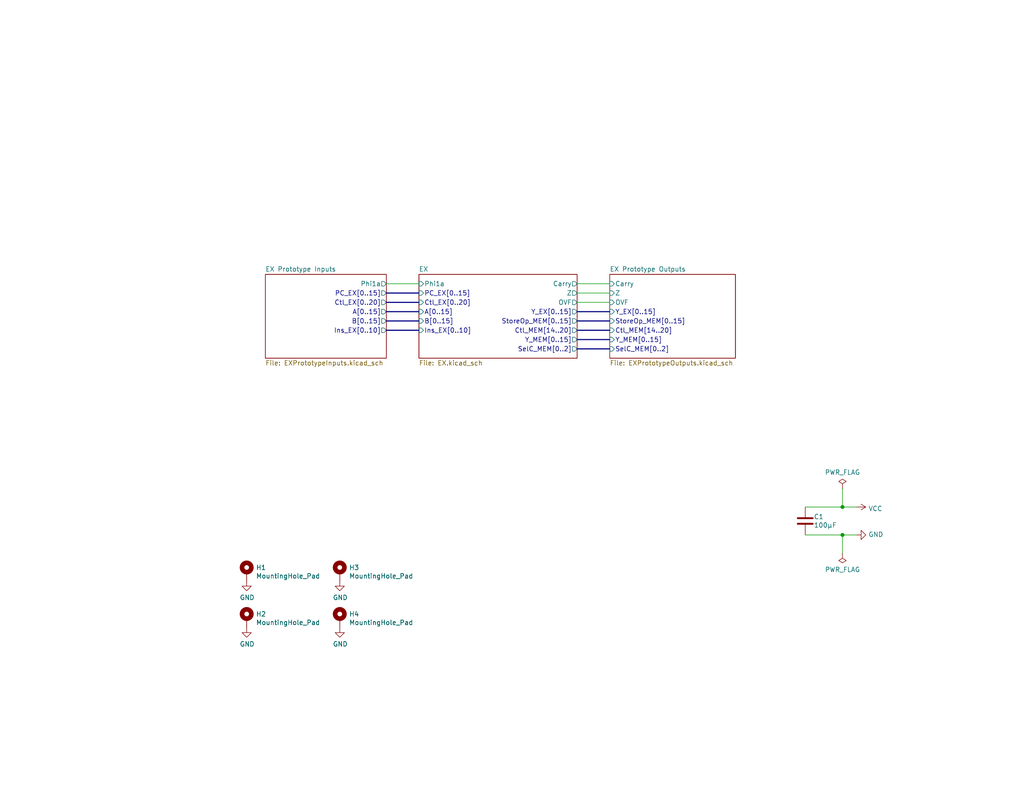
<source format=kicad_sch>
(kicad_sch (version 20211123) (generator eeschema)
  (paper "USLetter")
  (title_block (title "Turtle16: EX") (date "2022-04-13") (rev "A (7ac7a3cb)") (comment 4 "EX module containing operand selection and the ALU"))
  (lib_symbols
    (symbol "Device:C" (pin_numbers hide) (pin_names (offset 0.254))
      (property "Reference" "C" (at 0.635 2.54 0))
      (property "Value" "C" (at 0.635 -2.54 0))
      (symbol "C_0_1"
        (polyline (pts (xy -2.032 -0.762) (xy 2.032 -0.762)) (stroke (width 0.508)))
        (polyline (pts (xy -2.032 0.762) (xy 2.032 0.762)) (stroke (width 0.508)))
      )
      (symbol "C_1_1"
        (pin passive line (at 0 3.81 270) (length 2.794) (name "~") (number "1"))
        (pin passive line (at 0 -3.81 90) (length 2.794) (name "~") (number "2"))
      )
    )
    (symbol "Mechanical:MountingHole_Pad" (pin_numbers hide) (pin_names (offset 1.016) hide)
      (property "Reference" "H" (at 0 6.35 0))
      (property "Value" "MountingHole_Pad" (at 0 4.445 0))
      (symbol "MountingHole_Pad_0_1"
        (circle (center 0 1.27) (radius 1.27) (stroke (width 1.27)))
      )
      (symbol "MountingHole_Pad_1_1"
        (pin input line (at 0 -2.54 90) (length 2.54) (name "1") (number "1"))
      )
    )
    (symbol "power:GND" (power) (pin_names (offset 0))
      (property "Value" "GND" (at 0 -3.81 0))
      (symbol "GND_0_1"
        (polyline (pts (xy 0 0) (xy 0 -1.27) (xy 1.27 -1.27) (xy 0 -2.54) (xy -1.27 -1.27) (xy 0 -1.27)))
      )
      (symbol "GND_1_1"
        (pin power_in line (at 0 0 270) (length 0) hide (name "GND") (number "1"))
      )
    )
    (symbol "power:PWR_FLAG" (power) (pin_numbers hide) (pin_names (offset 0) hide)
      (property "Value" "PWR_FLAG" (at 0 3.81 0))
      (symbol "PWR_FLAG_0_0"
        (pin power_out line (at 0 0 90) (length 0) (name "pwr") (number "1"))
      )
      (symbol "PWR_FLAG_0_1"
        (polyline (pts (xy 0 0) (xy 0 1.27) (xy -1.016 1.905) (xy 0 2.54) (xy 1.016 1.905) (xy 0 1.27)))
      )
    )
    (symbol "power:VCC" (power) (pin_names (offset 0))
      (property "Value" "VCC" (at 0 3.81 0))
      (symbol "VCC_0_1"
        (polyline (pts (xy -0.762 1.27) (xy 0 2.54)))
        (polyline (pts (xy 0 0) (xy 0 2.54)))
        (polyline (pts (xy 0 2.54) (xy 0.762 1.27)))
      )
      (symbol "VCC_1_1"
        (pin power_in line (at 0 0 90) (length 0) hide (name "VCC") (number "1"))
      )
    )
  )
  (junction (at 229.87 146.05))
  (junction (at 229.87 138.43))
  (wire (pts (xy 219.71 146.05) (xy 229.87 146.05)))
  (bus (pts (xy 157.48 95.25) (xy 166.37 95.25)))
  (bus (pts (xy 157.48 87.63) (xy 166.37 87.63)))
  (wire (pts (xy 233.68 138.43) (xy 229.87 138.43)))
  (wire (pts (xy 157.48 77.47) (xy 166.37 77.47)))
  (bus (pts (xy 105.41 87.63) (xy 114.3 87.63)))
  (bus (pts (xy 157.48 92.71) (xy 166.37 92.71)))
  (wire (pts (xy 157.48 82.55) (xy 166.37 82.55)))
  (wire (pts (xy 229.87 133.35) (xy 229.87 138.43)))
  (wire (pts (xy 157.48 80.01) (xy 166.37 80.01)))
  (wire (pts (xy 105.41 77.47) (xy 114.3 77.47)))
  (wire (pts (xy 229.87 151.13) (xy 229.87 146.05)))
  (bus (pts (xy 105.41 80.01) (xy 114.3 80.01)))
  (bus (pts (xy 105.41 82.55) (xy 114.3 82.55)))
  (bus (pts (xy 105.41 85.09) (xy 114.3 85.09)))
  (bus (pts (xy 157.48 90.17) (xy 166.37 90.17)))
  (bus (pts (xy 105.41 90.17) (xy 114.3 90.17)))
  (wire (pts (xy 229.87 146.05) (xy 233.68 146.05)))
  (wire (pts (xy 219.71 138.43) (xy 229.87 138.43)))
  (bus (pts (xy 157.48 85.09) (xy 166.37 85.09)))
  (symbol (lib_id "Mechanical:MountingHole_Pad") (at 67.31 156.21 0) (unit 1)
    (property "Reference" "H1" (at 69.85 154.9654 0) (effects (justify left)))
    (property "Value" "MountingHole_Pad" (at 69.85 157.2768 0) (effects (justify left)))
    (property "Footprint" "MountingHole:MountingHole_3.2mm_M3_Pad" (effects hide))
  )
  (symbol (lib_id "Mechanical:MountingHole_Pad") (at 92.71 156.21 0) (unit 1)
    (property "Reference" "H3" (at 95.25 154.9654 0) (effects (justify left)))
    (property "Value" "MountingHole_Pad" (at 95.25 157.2768 0) (effects (justify left)))
    (property "Footprint" "MountingHole:MountingHole_3.2mm_M3_Pad" (effects hide))
  )
  (symbol (lib_id "power:GND") (at 67.31 158.75 0) (unit 1)
    (property "Reference" "#PWR01" (effects hide))
    (property "Value" "GND" (at 67.437 163.1442 0))
  )
  (symbol (lib_id "power:GND") (at 92.71 158.75 0) (unit 1)
    (property "Reference" "#PWR03" (effects hide))
    (property "Value" "GND" (at 92.837 163.1442 0))
  )
  (symbol (lib_id "Mechanical:MountingHole_Pad") (at 67.31 168.91 0) (unit 1)
    (property "Reference" "H2" (at 69.85 167.6654 0) (effects (justify left)))
    (property "Value" "MountingHole_Pad" (at 69.85 169.9768 0) (effects (justify left)))
    (property "Footprint" "MountingHole:MountingHole_3.2mm_M3_Pad" (effects hide))
  )
  (symbol (lib_id "Mechanical:MountingHole_Pad") (at 92.71 168.91 0) (unit 1)
    (property "Reference" "H4" (at 95.25 167.6654 0) (effects (justify left)))
    (property "Value" "MountingHole_Pad" (at 95.25 169.9768 0) (effects (justify left)))
    (property "Footprint" "MountingHole:MountingHole_3.2mm_M3_Pad" (effects hide))
  )
  (symbol (lib_id "power:GND") (at 67.31 171.45 0) (unit 1)
    (property "Reference" "#PWR02" (effects hide))
    (property "Value" "GND" (at 67.437 175.8442 0))
  )
  (symbol (lib_id "power:GND") (at 92.71 171.45 0) (unit 1)
    (property "Reference" "#PWR04" (effects hide))
    (property "Value" "GND" (at 92.837 175.8442 0))
  )
  (symbol (lib_id "power:VCC") (at 233.68 138.43 270) (unit 1)
    (property "Reference" "#PWR05" (effects hide))
    (property "Value" "VCC" (at 236.9312 138.8618 90) (effects (justify left)))
  )
  (symbol (lib_id "power:GND") (at 233.68 146.05 90) (unit 1)
    (property "Reference" "#PWR06" (effects hide))
    (property "Value" "GND" (at 236.9312 145.923 90) (effects (justify right)))
  )
  (symbol (lib_id "Device:C") (at 219.71 142.24 0) (unit 1)
    (property "Reference" "C1" (at 222.0468 141.0716 0) (effects (justify left)))
    (property "Value" "100µF" (at 222.0468 143.383 0) (effects (justify left)))
    (property "Footprint" "Capacitor_SMD:C_1206_3216Metric_Pad1.33x1.80mm_HandSolder" (effects hide))
    (property "Mouser" "https://www.mouser.com/ProductDetail/963-AMK316ABJ107ML-T" (effects hide))
  )
  (symbol (lib_id "power:PWR_FLAG") (at 229.87 151.13 180) (unit 1)
    (property "Reference" "#FLG02" (effects hide))
    (property "Value" "PWR_FLAG" (at 229.87 155.5242 0))
  )
  (symbol (lib_id "power:PWR_FLAG") (at 229.87 133.35 0) (unit 1)
    (property "Reference" "#FLG01" (effects hide))
    (property "Value" "PWR_FLAG" (at 229.87 128.9558 0))
  )
  (sheet (at 114.3 74.93) (size 43.18 22.86)
    (property "Sheet name" "EX" (at 114.3 74.2184 0) (effects (justify left bottom)))
    (property "Sheet file" "EX.kicad_sch" (at 114.3 98.3746 0) (effects (justify left top)))
    (pin "Y_MEM[0..15]" output (at 157.48 92.71 0))
    (pin "Ctl_MEM[14..20]" output (at 157.48 90.17 0))
    (pin "Z" output (at 157.48 80.01 0))
    (pin "Carry" output (at 157.48 77.47 0))
    (pin "OVF" output (at 157.48 82.55 0))
    (pin "StoreOp_MEM[0..15]" output (at 157.48 87.63 0))
    (pin "SelC_MEM[0..2]" output (at 157.48 95.25 0))
    (pin "Ctl_EX[0..20]" input (at 114.3 82.55 180))
    (pin "PC_EX[0..15]" input (at 114.3 80.01 180))
    (pin "Ins_EX[0..10]" input (at 114.3 90.17 180))
    (pin "A[0..15]" input (at 114.3 85.09 180))
    (pin "B[0..15]" input (at 114.3 87.63 180))
    (pin "Y_EX[0..15]" output (at 157.48 85.09 0))
    (pin "Phi1a" input (at 114.3 77.47 180))
  )
  (sheet (at 72.39 74.93) (size 33.02 22.86) (stroke (width 0.1524))
    (property "Sheet name" "EX Prototype Inputs" (at 72.39 74.2184 0) (effects (justify left bottom)))
    (property "Sheet file" "EXPrototypeInputs.kicad_sch" (at 72.39 98.3746 0) (effects (justify left top)))
    (pin "Phi1a" output (at 105.41 77.47 0))
    (pin "Ctl_EX[0..20]" output (at 105.41 82.55 0))
    (pin "Ins_EX[0..10]" output (at 105.41 90.17 0))
    (pin "B[0..15]" output (at 105.41 87.63 0))
    (pin "A[0..15]" output (at 105.41 85.09 0))
    (pin "PC_EX[0..15]" output (at 105.41 80.01 0))
  )
  (sheet (at 166.37 74.93) (size 34.29 22.86) (stroke (width 0.1524))
    (property "Sheet name" "EX Prototype Outputs" (at 166.37 74.2184 0) (effects (justify left bottom)))
    (property "Sheet file" "EXPrototypeOutputs.kicad_sch" (at 166.37 98.3746 0) (effects (justify left top)))
    (pin "OVF" input (at 166.37 82.55 180))
    (pin "StoreOp_MEM[0..15]" input (at 166.37 87.63 180))
    (pin "Z" input (at 166.37 80.01 180))
    (pin "Carry" input (at 166.37 77.47 180))
    (pin "Ctl_MEM[14..20]" input (at 166.37 90.17 180))
    (pin "SelC_MEM[0..2]" input (at 166.37 95.25 180))
    (pin "Y_EX[0..15]" input (at 166.37 85.09 180))
    (pin "Y_MEM[0..15]" input (at 166.37 92.71 180))
  )
)
</source>
